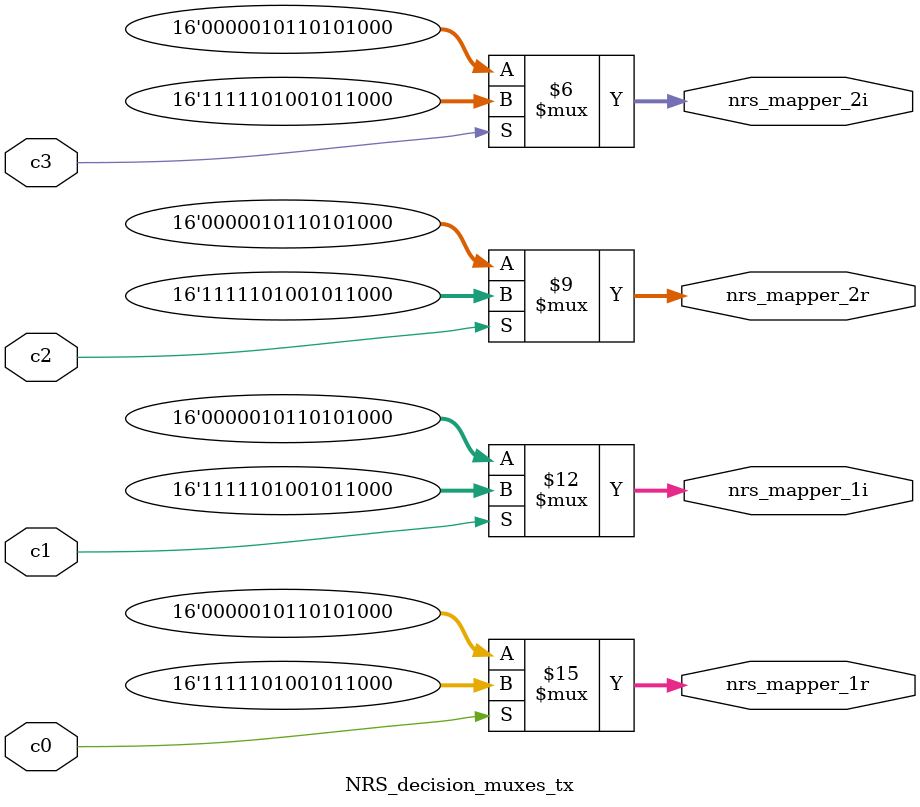
<source format=v>
module NRS_decision_muxes_tx #(parameter NRS_WIDTH_R_I=16)(
	input wire c0, c1, c2, c3,  
	output reg [NRS_WIDTH_R_I-1:0] nrs_mapper_1r, nrs_mapper_1i, nrs_mapper_2r, nrs_mapper_2i
);

//1st pilot real part
always @(*) begin
	if (c0) begin
		nrs_mapper_1r='b11111_0100101_1000;
	end
	else begin
		nrs_mapper_1r='b00000_1011010_1000;
	end
end

//1st pilot imag part
always @(*) begin
	if (c1) begin
		nrs_mapper_1i='b11111_0100101_1000;
	end
	else begin
		nrs_mapper_1i='b00000_1011010_1000;
	end
end

//2nd pilot real part
always @(*) begin
	if (c2) begin
		nrs_mapper_2r='b11111_0100101_1000;
	end
	else begin
		nrs_mapper_2r='b00000_1011010_1000;
	end
end

//2nd pilot imag part
always @(*) begin
	if (c3) begin
		nrs_mapper_2i='b11111_0100101_1000;
	end
	else begin
		nrs_mapper_2i='b00000_1011010_1000;
	end
end

endmodule
</source>
